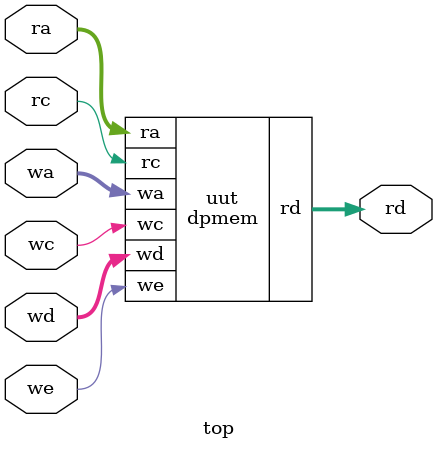
<source format=sv>
module dpmem (
	input            rc,
	input      [3:0] ra,
	output reg [3:0] rd,

	input            wc,
	input            we,
	input      [3:0] wa,
	input      [3:0] wd
);
	reg [3:0] mem [0:15];

	always @(posedge rc) begin
		rd <= mem[ra];
	end

	always @(posedge wc) begin
		if (we) mem[wa] <= wd;
	end
endmodule

module top (
	input            rc,
	input      [3:0] ra,
	output     [3:0] rd,

	input            wc,
	input            we,
	input      [3:0] wa,
	input      [3:0] wd
);
	dpmem uut (
		.rc(rc),
		.ra(ra),
		.rd(rd),
		.wc(wc),
		.we(we),
		.wa(wa),
		.wd(wd)
	);

	reg shadow_valid = 0;
	reg [3:0] shadow_data;
	(* anyconst *) reg [3:0] shadow_addr;

	reg init = 1;
	(* gclk *) reg gclk;

	always @(posedge gclk) begin
		assume ($stable(rc) || $stable(wc));

		if (!init) begin
			if ($rose(rc) && shadow_valid && shadow_addr == $past(ra)) begin
				assert (shadow_data == rd);
			end

			if ($rose(wc) && $past(we) && shadow_addr == $past(wa)) begin
				shadow_data <= $past(wd);
				shadow_valid <= 1;
			end
		end

		init <= 0;
	end
endmodule

</source>
